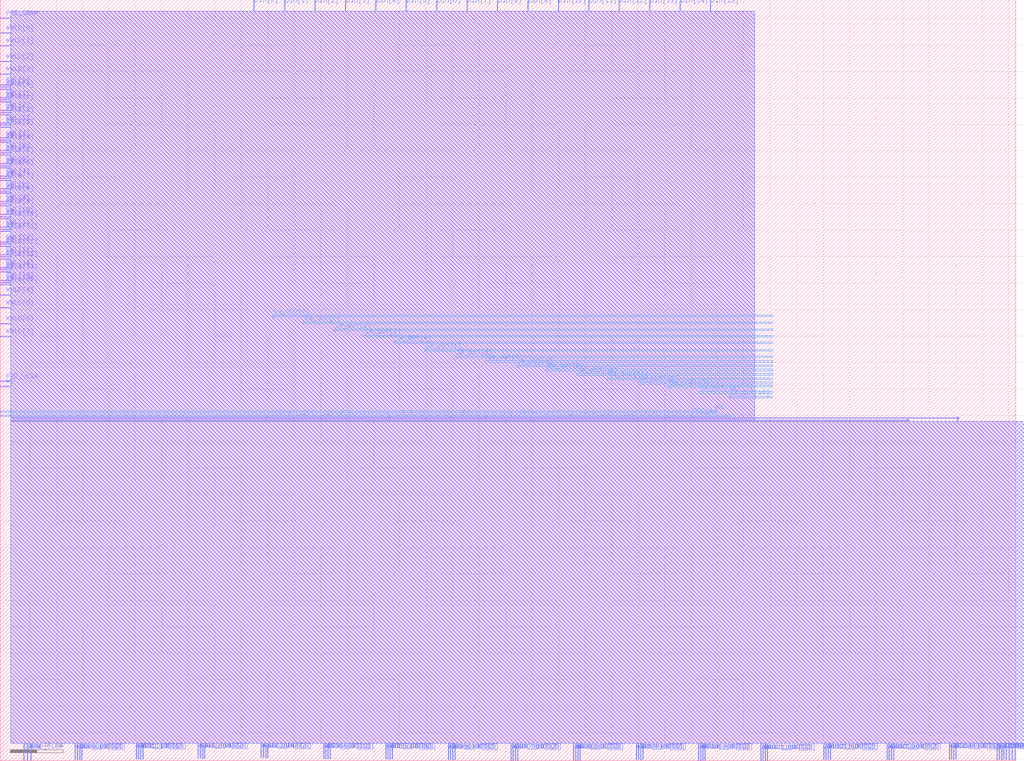
<source format=lef>
VERSION 5.7 ;
  NOWIREEXTENSIONATPIN ON ;
  DIVIDERCHAR "/" ;
  BUSBITCHARS "[]" ;
MACRO Integrated_bitcell_with_dummy_cells
  CLASS BLOCK ;
  FOREIGN Integrated_bitcell_with_dummy_cells ;
  ORIGIN 45.520 90.350 ;
  SIZE 191.920 BY 143.910 ;
  PIN PRE_SRAM
    PORT
      LAYER met1 ;
        RECT -45.490 50.000 -43.600 50.140 ;
    END
  END PRE_SRAM
  PIN RWL[0]
    PORT
      LAYER met1 ;
        RECT -45.490 37.410 -43.600 37.550 ;
    END
  END RWL[0]
  PIN WWL[0]
    PORT
      LAYER met1 ;
        RECT -45.490 37.010 -43.600 37.150 ;
    END
  END WWL[0]
  PIN RWLB[0]
    PORT
      LAYER met1 ;
        RECT -45.490 36.600 -43.600 36.740 ;
    END
  END RWLB[0]
  PIN RWL[1]
    PORT
      LAYER met1 ;
        RECT -45.490 35.000 -43.600 35.140 ;
    END
  END RWL[1]
  PIN WWL[1]
    PORT
      LAYER met1 ;
        RECT -45.490 34.600 -43.600 34.740 ;
    END
  END WWL[1]
  PIN RWLB[1]
    PORT
      LAYER met1 ;
        RECT -45.490 34.190 -43.600 34.330 ;
    END
  END RWLB[1]
  PIN RWL[2]
    PORT
      LAYER met1 ;
        RECT -45.490 32.590 -43.600 32.730 ;
    END
  END RWL[2]
  PIN WWL[2]
    PORT
      LAYER met1 ;
        RECT -45.490 32.190 -43.600 32.330 ;
    END
  END WWL[2]
  PIN RWLB[2]
    PORT
      LAYER met1 ;
        RECT -45.490 31.780 -43.600 31.920 ;
    END
  END RWLB[2]
  PIN RWL[3]
    PORT
      LAYER met1 ;
        RECT -45.490 30.180 -43.600 30.320 ;
    END
  END RWL[3]
  PIN WWL[3]
    PORT
      LAYER met1 ;
        RECT -45.490 29.780 -43.600 29.920 ;
    END
  END WWL[3]
  PIN RWLB[3]
    PORT
      LAYER met1 ;
        RECT -45.490 29.370 -43.600 29.510 ;
    END
  END RWLB[3]
  PIN RWL[4]
    PORT
      LAYER met1 ;
        RECT -45.490 27.370 -43.600 27.510 ;
    END
  END RWL[4]
  PIN WWL[4]
    PORT
      LAYER met1 ;
        RECT -45.490 26.970 -43.600 27.110 ;
    END
  END WWL[4]
  PIN RWLB[4]
    PORT
      LAYER met1 ;
        RECT -45.490 26.560 -43.600 26.700 ;
    END
  END RWLB[4]
  PIN RWL[5]
    PORT
      LAYER met1 ;
        RECT -45.490 24.960 -43.600 25.100 ;
    END
  END RWL[5]
  PIN WWL[5]
    PORT
      LAYER met1 ;
        RECT -45.490 24.560 -43.600 24.700 ;
    END
  END WWL[5]
  PIN RWLB[5]
    PORT
      LAYER met1 ;
        RECT -45.490 24.150 -43.600 24.290 ;
    END
  END RWLB[5]
  PIN RWL[6]
    PORT
      LAYER met1 ;
        RECT -45.490 22.550 -43.600 22.690 ;
    END
  END RWL[6]
  PIN WWL[6]
    PORT
      LAYER met1 ;
        RECT -45.490 22.150 -43.600 22.290 ;
    END
  END WWL[6]
  PIN RWLB[6]
    PORT
      LAYER met1 ;
        RECT -45.490 21.740 -43.600 21.880 ;
    END
  END RWLB[6]
  PIN RWL[7]
    PORT
      LAYER met1 ;
        RECT -45.490 20.140 -43.600 20.280 ;
    END
  END RWL[7]
  PIN WWL[7]
    PORT
      LAYER met1 ;
        RECT -45.490 19.740 -43.600 19.880 ;
    END
  END WWL[7]
  PIN RWLB[7]
    PORT
      LAYER met1 ;
        RECT -45.490 19.330 -43.600 19.470 ;
    END
  END RWLB[7]
  PIN RWL[8]
    PORT
      LAYER met1 ;
        RECT -45.490 17.730 -43.600 17.870 ;
    END
  END RWL[8]
  PIN WWL[8]
    PORT
      LAYER met1 ;
        RECT -45.490 17.330 -43.600 17.470 ;
    END
  END WWL[8]
  PIN RWLB[8]
    PORT
      LAYER met1 ;
        RECT -45.490 16.920 -43.600 17.060 ;
    END
  END RWLB[8]
  PIN RWL[9]
    PORT
      LAYER met1 ;
        RECT -45.490 15.320 -43.600 15.460 ;
    END
  END RWL[9]
  PIN WWL[9]
    PORT
      LAYER met1 ;
        RECT -45.490 14.920 -43.600 15.060 ;
    END
  END WWL[9]
  PIN RWLB[9]
    PORT
      LAYER met1 ;
        RECT -45.490 14.510 -43.600 14.650 ;
    END
  END RWLB[9]
  PIN RWL[10]
    PORT
      LAYER met1 ;
        RECT -45.490 12.910 -43.600 13.050 ;
    END
  END RWL[10]
  PIN WWL[10]
    PORT
      LAYER met1 ;
        RECT -45.490 12.510 -43.600 12.650 ;
    END
  END WWL[10]
  PIN RWLB[10]
    PORT
      LAYER met1 ;
        RECT -45.490 12.100 -43.600 12.240 ;
    END
  END RWLB[10]
  PIN RWL[11]
    PORT
      LAYER met1 ;
        RECT -45.490 10.500 -43.600 10.640 ;
    END
  END RWL[11]
  PIN WWL[11]
    PORT
      LAYER met1 ;
        RECT -45.490 10.100 -43.600 10.240 ;
    END
  END WWL[11]
  PIN RWLB[11]
    PORT
      LAYER met1 ;
        RECT -45.490 9.690 -43.600 9.830 ;
    END
  END RWLB[11]
  PIN RWL[12]
    PORT
      LAYER met1 ;
        RECT -45.490 7.680 -43.600 7.820 ;
    END
  END RWL[12]
  PIN WWL[12]
    PORT
      LAYER met1 ;
        RECT -45.490 7.280 -43.600 7.420 ;
    END
  END WWL[12]
  PIN RWLB[12]
    PORT
      LAYER met1 ;
        RECT -45.490 6.870 -43.600 7.010 ;
    END
  END RWLB[12]
  PIN RWL[13]
    PORT
      LAYER met1 ;
        RECT -45.490 5.270 -43.600 5.410 ;
    END
  END RWL[13]
  PIN WWL[13]
    PORT
      LAYER met1 ;
        RECT -45.490 4.870 -43.600 5.010 ;
    END
  END WWL[13]
  PIN RWLB[13]
    PORT
      LAYER met1 ;
        RECT -45.490 4.460 -43.600 4.600 ;
    END
  END RWLB[13]
  PIN RWL[14]
    PORT
      LAYER met1 ;
        RECT -45.490 2.860 -43.600 3.000 ;
    END
  END RWL[14]
  PIN WWL[14]
    PORT
      LAYER met1 ;
        RECT -45.490 2.460 -43.600 2.600 ;
    END
  END WWL[14]
  PIN RWLB[14]
    PORT
      LAYER met1 ;
        RECT -45.490 2.050 -43.600 2.190 ;
    END
  END RWLB[14]
  PIN RWL[15]
    PORT
      LAYER met1 ;
        RECT -45.490 0.450 -43.600 0.590 ;
    END
  END RWL[15]
  PIN WWL[15]
    PORT
      LAYER met1 ;
        RECT -45.490 0.050 -43.600 0.190 ;
    END
  END WWL[15]
  PIN RWLB[15]
    PORT
      LAYER met1 ;
        RECT -45.490 -0.360 -43.600 -0.220 ;
    END
  END RWLB[15]
  PIN PRE_VLSA
    PORT
      LAYER met1 ;
        RECT -45.490 -18.660 -43.600 -18.520 ;
    END
  END PRE_VLSA
  PIN WE
    PORT
      LAYER met1 ;
        RECT -45.490 -19.640 -43.600 -19.500 ;
    END
  END WE
  PIN PRE_CLSA
    PORT
      LAYER met2 ;
        RECT -39.820 -90.250 -39.680 -87.060 ;
    END
  END PRE_CLSA
  PIN VCLP
    PORT
      LAYER met2 ;
        RECT -40.480 -90.250 -40.340 -87.060 ;
    END
  END VCLP
  PIN SAEN
    PORT
      LAYER met2 ;
        RECT -41.140 -90.250 -41.000 -87.060 ;
    END
  END SAEN
  PIN ADC0_OUT[0]
    PORT
      LAYER met2 ;
        RECT -31.420 -90.170 -31.280 -87.060 ;
    END
  END ADC0_OUT[0]
  PIN ADC0_OUT[1]
    PORT
      LAYER met2 ;
        RECT -31.010 -90.170 -30.870 -87.060 ;
    END
  END ADC0_OUT[1]
  PIN ADC0_OUT[2]
    PORT
      LAYER met2 ;
        RECT -30.610 -90.170 -30.470 -87.060 ;
    END
  END ADC0_OUT[2]
  PIN ADC0_OUT[3]
    PORT
      LAYER met2 ;
        RECT -30.200 -90.170 -30.060 -87.060 ;
    END
  END ADC0_OUT[3]
  PIN ADC1_OUT[0]
    PORT
      LAYER met2 ;
        RECT -19.870 -90.090 -19.730 -87.060 ;
    END
  END ADC1_OUT[0]
  PIN ADC1_OUT[1]
    PORT
      LAYER met2 ;
        RECT -19.470 -90.090 -19.330 -87.060 ;
    END
  END ADC1_OUT[1]
  PIN ADC1_OUT[2]
    PORT
      LAYER met2 ;
        RECT -19.050 -90.090 -18.910 -87.060 ;
    END
  END ADC1_OUT[2]
  PIN ADC1_OUT[3]
    PORT
      LAYER met2 ;
        RECT -18.640 -90.090 -18.500 -87.060 ;
    END
  END ADC1_OUT[3]
  PIN ADC2_OUT[0]
    PORT
      LAYER met2 ;
        RECT -8.180 -89.860 -8.040 -87.060 ;
    END
  END ADC2_OUT[0]
  PIN ADC2_OUT[1]
    PORT
      LAYER met2 ;
        RECT -7.780 -89.860 -7.640 -87.060 ;
    END
  END ADC2_OUT[1]
  PIN ADC2_OUT[2]
    PORT
      LAYER met2 ;
        RECT -7.360 -89.860 -7.220 -87.060 ;
    END
  END ADC2_OUT[2]
  PIN ADC2_OUT[3]
    PORT
      LAYER met2 ;
        RECT -6.950 -89.860 -6.810 -87.060 ;
    END
  END ADC2_OUT[3]
  PIN ADC3_OUT[0]
    PORT
      LAYER met2 ;
        RECT 3.730 -89.780 3.870 -87.060 ;
    END
  END ADC3_OUT[0]
  PIN ADC3_OUT[1]
    PORT
      LAYER met2 ;
        RECT 4.130 -89.780 4.270 -87.060 ;
    END
  END ADC3_OUT[1]
  PIN ADC3_OUT[2]
    PORT
      LAYER met2 ;
        RECT 4.550 -89.780 4.690 -87.060 ;
    END
  END ADC3_OUT[2]
  PIN ADC3_OUT[3]
    PORT
      LAYER met2 ;
        RECT 4.960 -89.780 5.100 -87.060 ;
    END
  END ADC3_OUT[3]
  PIN ADC4_OUT[0]
    PORT
      LAYER met2 ;
        RECT 15.500 -89.950 15.640 -87.060 ;
    END
  END ADC4_OUT[0]
  PIN ADC4_OUT[1]
    PORT
      LAYER met2 ;
        RECT 15.900 -89.950 16.040 -87.060 ;
    END
  END ADC4_OUT[1]
  PIN ADC4_OUT[2]
    PORT
      LAYER met2 ;
        RECT 16.320 -89.950 16.460 -87.060 ;
    END
  END ADC4_OUT[2]
  PIN ADC4_OUT[3]
    PORT
      LAYER met2 ;
        RECT 16.730 -89.950 16.870 -87.060 ;
    END
  END ADC4_OUT[3]
  PIN ADC5_OUT[0]
    PORT
      LAYER met2 ;
        RECT 27.270 -90.070 27.410 -87.060 ;
    END
  END ADC5_OUT[0]
  PIN ADC5_OUT[1]
    PORT
      LAYER met2 ;
        RECT 27.670 -90.070 27.810 -87.060 ;
    END
  END ADC5_OUT[1]
  PIN ADC5_OUT[2]
    PORT
      LAYER met2 ;
        RECT 28.090 -90.070 28.230 -87.060 ;
    END
  END ADC5_OUT[2]
  PIN ADC5_OUT[3]
    PORT
      LAYER met2 ;
        RECT 28.500 -90.070 28.640 -87.060 ;
    END
  END ADC5_OUT[3]
  PIN ADC6_OUT[0]
    PORT
      LAYER met2 ;
        RECT 39.090 -90.180 39.230 -87.060 ;
    END
  END ADC6_OUT[0]
  PIN ADC6_OUT[1]
    PORT
      LAYER met2 ;
        RECT 39.490 -90.180 39.630 -87.060 ;
    END
  END ADC6_OUT[1]
  PIN ADC6_OUT[2]
    PORT
      LAYER met2 ;
        RECT 39.910 -90.180 40.050 -87.060 ;
    END
  END ADC6_OUT[2]
  PIN ADC6_OUT[3]
    PORT
      LAYER met2 ;
        RECT 40.320 -90.180 40.460 -87.060 ;
    END
  END ADC6_OUT[3]
  PIN ADC7_OUT[0]
    PORT
      LAYER met2 ;
        RECT 50.950 -90.260 51.090 -87.060 ;
    END
  END ADC7_OUT[0]
  PIN ADC7_OUT[1]
    PORT
      LAYER met2 ;
        RECT 51.350 -90.260 51.490 -87.060 ;
    END
  END ADC7_OUT[1]
  PIN ADC7_OUT[2]
    PORT
      LAYER met2 ;
        RECT 51.770 -90.260 51.910 -87.060 ;
    END
  END ADC7_OUT[2]
  PIN ADC7_OUT[3]
    PORT
      LAYER met2 ;
        RECT 52.180 -90.260 52.320 -87.060 ;
    END
  END ADC7_OUT[3]
  PIN ADC8_OUT[0]
    PORT
      LAYER met2 ;
        RECT 62.740 -90.230 62.880 -87.060 ;
    END
  END ADC8_OUT[0]
  PIN ADC8_OUT[1]
    PORT
      LAYER met2 ;
        RECT 63.140 -90.230 63.280 -87.060 ;
    END
  END ADC8_OUT[1]
  PIN ADC8_OUT[2]
    PORT
      LAYER met2 ;
        RECT 63.560 -90.230 63.700 -87.060 ;
    END
  END ADC8_OUT[2]
  PIN ADC8_OUT[3]
    PORT
      LAYER met2 ;
        RECT 63.970 -90.230 64.110 -87.060 ;
    END
  END ADC8_OUT[3]
  PIN ADC9_OUT[0]
    PORT
      LAYER met2 ;
        RECT 74.620 -90.120 74.760 -87.060 ;
    END
  END ADC9_OUT[0]
  PIN ADC9_OUT[1]
    PORT
      LAYER met2 ;
        RECT 75.020 -90.120 75.160 -87.060 ;
    END
  END ADC9_OUT[1]
  PIN ADC9_OUT[2]
    PORT
      LAYER met2 ;
        RECT 75.440 -90.120 75.580 -87.060 ;
    END
  END ADC9_OUT[2]
  PIN ADC9_OUT[3]
    PORT
      LAYER met2 ;
        RECT 75.850 -90.120 75.990 -87.060 ;
    END
  END ADC9_OUT[3]
  PIN ADC10_OUT[0]
    PORT
      LAYER met2 ;
        RECT 86.350 -90.270 86.490 -87.060 ;
    END
  END ADC10_OUT[0]
  PIN ADC10_OUT[1]
    PORT
      LAYER met2 ;
        RECT 86.750 -90.270 86.890 -87.060 ;
    END
  END ADC10_OUT[1]
  PIN ADC10_OUT[2]
    PORT
      LAYER met2 ;
        RECT 87.170 -90.270 87.310 -87.060 ;
    END
  END ADC10_OUT[2]
  PIN ADC10_OUT[3]
    PORT
      LAYER met2 ;
        RECT 87.580 -90.270 87.720 -87.060 ;
    END
  END ADC10_OUT[3]
  PIN ADC11_OUT[0]
    PORT
      LAYER met2 ;
        RECT 98.170 -90.350 98.310 -87.060 ;
    END
  END ADC11_OUT[0]
  PIN ADC11_OUT[1]
    PORT
      LAYER met2 ;
        RECT 98.570 -90.350 98.710 -87.060 ;
    END
  END ADC11_OUT[1]
  PIN ADC11_OUT[2]
    PORT
      LAYER met2 ;
        RECT 98.990 -90.350 99.130 -87.060 ;
    END
  END ADC11_OUT[2]
  PIN ADC11_OUT[3]
    PORT
      LAYER met2 ;
        RECT 99.400 -90.350 99.540 -87.060 ;
    END
  END ADC11_OUT[3]
  PIN ADC12_OUT[0]
    PORT
      LAYER met2 ;
        RECT 110.060 -90.170 110.200 -87.060 ;
    END
  END ADC12_OUT[0]
  PIN ADC12_OUT[1]
    PORT
      LAYER met2 ;
        RECT 110.460 -90.170 110.600 -87.060 ;
    END
  END ADC12_OUT[1]
  PIN ADC12_OUT[2]
    PORT
      LAYER met2 ;
        RECT 110.880 -90.170 111.020 -87.060 ;
    END
  END ADC12_OUT[2]
  PIN ADC12_OUT[3]
    PORT
      LAYER met2 ;
        RECT 111.290 -90.170 111.430 -87.060 ;
    END
  END ADC12_OUT[3]
  PIN ADC13_OUT[0]
    PORT
      LAYER met2 ;
        RECT 122.010 -90.130 122.150 -87.060 ;
    END
  END ADC13_OUT[0]
  PIN ADC13_OUT[1]
    PORT
      LAYER met2 ;
        RECT 122.410 -90.130 122.550 -87.060 ;
    END
  END ADC13_OUT[1]
  PIN ADC13_OUT[2]
    PORT
      LAYER met2 ;
        RECT 122.830 -90.130 122.970 -87.060 ;
    END
  END ADC13_OUT[2]
  PIN ADC13_OUT[3]
    PORT
      LAYER met2 ;
        RECT 123.240 -90.130 123.380 -87.060 ;
    END
  END ADC13_OUT[3]
  PIN ADC14_OUT[0]
    PORT
      LAYER met2 ;
        RECT 133.770 -90.070 133.910 -87.060 ;
    END
  END ADC14_OUT[0]
  PIN ADC14_OUT[1]
    PORT
      LAYER met2 ;
        RECT 134.170 -90.070 134.310 -87.060 ;
    END
  END ADC14_OUT[1]
  PIN ADC14_OUT[2]
    PORT
      LAYER met2 ;
        RECT 134.590 -90.070 134.730 -87.060 ;
    END
  END ADC14_OUT[2]
  PIN ADC14_OUT[3]
    PORT
      LAYER met2 ;
        RECT 135.000 -90.070 135.140 -87.060 ;
    END
  END ADC14_OUT[3]
  PIN ADC15_OUT[0]
    PORT
      LAYER met2 ;
        RECT 142.810 -90.110 142.950 -87.060 ;
    END
  END ADC15_OUT[0]
  PIN ADC15_OUT[1]
    PORT
      LAYER met2 ;
        RECT 143.210 -90.110 143.350 -87.060 ;
    END
  END ADC15_OUT[1]
  PIN ADC15_OUT[2]
    PORT
      LAYER met2 ;
        RECT 143.630 -90.110 143.770 -87.060 ;
    END
  END ADC15_OUT[2]
  PIN ADC15_OUT[3]
    PORT
      LAYER met2 ;
        RECT 144.040 -90.110 144.180 -87.060 ;
    END
  END ADC15_OUT[3]
  PIN Din[0]
    PORT
      LAYER met2 ;
        RECT 2.340 51.430 2.480 53.560 ;
    END
  END Din[0]
  PIN Din[1]
    PORT
      LAYER met2 ;
        RECT 8.150 51.430 8.290 53.450 ;
    END
  END Din[1]
  PIN Din[2]
    PORT
      LAYER met2 ;
        RECT 13.860 51.430 14.000 53.410 ;
    END
  END Din[2]
  PIN Din[3]
    PORT
      LAYER met2 ;
        RECT 19.640 51.430 19.780 53.420 ;
    END
  END Din[3]
  PIN Din[4]
    PORT
      LAYER met2 ;
        RECT 25.370 51.430 25.510 53.420 ;
    END
  END Din[4]
  PIN Din[5]
    PORT
      LAYER met2 ;
        RECT 31.100 51.430 31.240 53.400 ;
    END
  END Din[5]
  PIN Din[6]
    PORT
      LAYER met2 ;
        RECT 36.860 51.430 37.000 53.410 ;
    END
  END Din[6]
  PIN Din[7]
    PORT
      LAYER met2 ;
        RECT 42.640 51.430 42.780 53.420 ;
    END
  END Din[7]
  PIN Din[8]
    PORT
      LAYER met2 ;
        RECT 48.370 51.430 48.510 53.420 ;
    END
  END Din[8]
  PIN Din[9]
    PORT
      LAYER met2 ;
        RECT 54.120 51.430 54.260 53.400 ;
    END
  END Din[9]
  PIN Din[10]
    PORT
      LAYER met2 ;
        RECT 59.880 51.430 60.020 53.410 ;
    END
  END Din[10]
  PIN Din[11]
    PORT
      LAYER met2 ;
        RECT 65.610 51.430 65.750 53.410 ;
    END
  END Din[11]
  PIN Din[12]
    PORT
      LAYER met2 ;
        RECT 71.360 51.430 71.500 53.410 ;
    END
  END Din[12]
  PIN Din[13]
    PORT
      LAYER met2 ;
        RECT 77.110 51.430 77.250 53.420 ;
    END
  END Din[13]
  PIN Din[14]
    PORT
      LAYER met2 ;
        RECT 82.880 51.430 83.020 53.420 ;
    END
  END Din[14]
  PIN Din[15]
    PORT
      LAYER met2 ;
        RECT 88.630 51.430 88.770 53.420 ;
    END
  END Din[15]
  PIN WWLD[0]
    PORT
      LAYER met1 ;
        RECT -45.490 47.210 -43.600 47.350 ;
    END
  END WWLD[0]
  PIN WWLD[1]
    PORT
      LAYER met1 ;
        RECT -45.490 44.800 -43.600 44.940 ;
    END
  END WWLD[1]
  PIN WWLD[2]
    PORT
      LAYER met1 ;
        RECT -45.490 41.830 -43.600 41.970 ;
    END
  END WWLD[2]
  PIN WWLD[3]
    PORT
      LAYER met1 ;
        RECT -45.490 39.420 -43.600 39.560 ;
    END
  END WWLD[3]
  PIN WWLD[4]
    PORT
      LAYER met1 ;
        RECT -45.490 -2.360 -43.600 -2.220 ;
    END
  END WWLD[4]
  PIN WWLD[5]
    PORT
      LAYER met1 ;
        RECT -45.490 -4.770 -43.600 -4.630 ;
    END
  END WWLD[5]
  PIN WWLD[6]
    PORT
      LAYER met1 ;
        RECT -45.490 -7.770 -43.600 -7.630 ;
    END
  END WWLD[6]
  PIN WWLD[7]
    PORT
      LAYER met1 ;
        RECT -45.490 -10.180 -43.600 -10.040 ;
    END
  END WWLD[7]
  PIN SA_OUT[0]
    PORT
      LAYER met3 ;
        RECT 5.930 -6.070 6.290 -6.040 ;
        RECT 5.930 -6.370 100.480 -6.070 ;
        RECT 5.930 -6.400 6.290 -6.370 ;
    END
  END SA_OUT[0]
  PIN SA_OUT[1]
    PORT
      LAYER met3 ;
        RECT 11.680 -7.340 12.040 -7.310 ;
        RECT 11.680 -7.640 100.480 -7.340 ;
        RECT 11.680 -7.670 12.040 -7.640 ;
    END
  END SA_OUT[1]
  PIN SA_OUT[2]
    PORT
      LAYER met3 ;
        RECT 17.480 -8.710 17.840 -8.680 ;
        RECT 17.480 -9.010 100.480 -8.710 ;
        RECT 17.480 -9.040 17.840 -9.010 ;
    END
  END SA_OUT[2]
  PIN SA_OUT[3]
    PORT
      LAYER met3 ;
        RECT 23.180 -9.880 23.540 -9.850 ;
        RECT 23.180 -10.180 100.480 -9.880 ;
        RECT 23.180 -10.210 23.540 -10.180 ;
    END
  END SA_OUT[3]
  PIN SA_OUT[4]
    PORT
      LAYER met3 ;
        RECT 28.930 -11.130 29.290 -11.100 ;
        RECT 28.930 -11.430 100.480 -11.130 ;
        RECT 28.930 -11.460 29.290 -11.430 ;
    END
  END SA_OUT[4]
  PIN SA_OUT[5]
    PORT
      LAYER met3 ;
        RECT 34.680 -12.580 35.040 -12.550 ;
        RECT 34.680 -12.880 100.480 -12.580 ;
        RECT 34.680 -12.910 35.040 -12.880 ;
    END
  END SA_OUT[5]
  PIN SA_OUT[6]
    PORT
      LAYER met3 ;
        RECT 40.400 -13.800 40.800 -13.750 ;
        RECT 40.400 -14.100 100.480 -13.800 ;
        RECT 40.400 -14.150 40.800 -14.100 ;
    END
  END SA_OUT[6]
  PIN SA_OUT[7]
    PORT
      LAYER met3 ;
        RECT 46.180 -14.680 46.540 -14.650 ;
        RECT 46.180 -14.980 100.480 -14.680 ;
        RECT 46.180 -15.010 46.540 -14.980 ;
    END
  END SA_OUT[7]
  PIN SA_OUT[8]
    PORT
      LAYER met3 ;
        RECT 51.930 -15.510 52.290 -15.480 ;
        RECT 51.930 -15.810 100.480 -15.510 ;
        RECT 51.930 -15.840 52.290 -15.810 ;
    END
  END SA_OUT[8]
  PIN SA_OUT[9]
    PORT
      LAYER met3 ;
        RECT 57.680 -16.290 58.040 -16.260 ;
        RECT 57.680 -16.590 100.480 -16.290 ;
        RECT 57.680 -16.620 58.040 -16.590 ;
    END
  END SA_OUT[9]
  PIN SA_OUT[10]
    PORT
      LAYER met3 ;
        RECT 63.430 -17.150 63.790 -17.120 ;
        RECT 63.430 -17.450 100.480 -17.150 ;
        RECT 63.430 -17.480 63.790 -17.450 ;
    END
  END SA_OUT[10]
  PIN SA_OUT[11]
    PORT
      LAYER met3 ;
        RECT 69.180 -17.950 69.540 -17.920 ;
        RECT 69.180 -18.250 100.480 -17.950 ;
        RECT 69.180 -18.280 69.540 -18.250 ;
    END
  END SA_OUT[11]
  PIN SA_OUT[12]
    PORT
      LAYER met3 ;
        RECT 74.930 -18.750 75.290 -18.720 ;
        RECT 74.930 -19.050 100.480 -18.750 ;
        RECT 74.930 -19.080 75.290 -19.050 ;
    END
  END SA_OUT[12]
  PIN SA_OUT[13]
    PORT
      LAYER met3 ;
        RECT 80.680 -19.400 81.040 -19.370 ;
        RECT 80.680 -19.700 100.480 -19.400 ;
        RECT 80.680 -19.730 81.040 -19.700 ;
    END
  END SA_OUT[13]
  PIN SA_OUT[14]
    PORT
      LAYER met3 ;
        RECT 86.430 -20.540 86.790 -20.510 ;
        RECT 86.430 -20.840 100.480 -20.540 ;
        RECT 86.430 -20.870 86.790 -20.840 ;
    END
  END SA_OUT[14]
  PIN SA_OUT[15]
    PORT
      LAYER met3 ;
        RECT 92.180 -21.430 92.540 -21.400 ;
        RECT 92.180 -21.730 100.480 -21.430 ;
        RECT 92.180 -21.760 92.540 -21.730 ;
    END
  END SA_OUT[15]
  PIN EN
    PORT
      LAYER met3 ;
        RECT 7.300 -24.190 7.700 -24.140 ;
        RECT 8.850 -24.190 9.250 -24.140 ;
        RECT 18.800 -24.190 19.200 -24.140 ;
        RECT 20.350 -24.190 20.750 -24.140 ;
        RECT 30.300 -24.190 30.700 -24.140 ;
        RECT 31.840 -24.190 32.240 -24.140 ;
        RECT 41.770 -24.190 42.170 -24.140 ;
        RECT 43.360 -24.190 43.760 -24.150 ;
        RECT 53.290 -24.190 53.690 -24.140 ;
        RECT 54.840 -24.190 55.240 -24.140 ;
        RECT 64.800 -24.190 65.200 -24.150 ;
        RECT 66.330 -24.190 66.730 -24.150 ;
        RECT 76.310 -24.190 76.710 -24.140 ;
        RECT 77.840 -24.190 78.240 -24.140 ;
        RECT 87.800 -24.190 88.200 -24.140 ;
        RECT 89.320 -24.190 89.720 -24.130 ;
        RECT -45.420 -24.490 89.720 -24.190 ;
        RECT 7.300 -24.540 7.700 -24.490 ;
        RECT 8.850 -24.540 9.250 -24.490 ;
        RECT 18.800 -24.540 19.200 -24.490 ;
        RECT 20.350 -24.540 20.750 -24.490 ;
        RECT 30.300 -24.540 30.700 -24.490 ;
        RECT 31.840 -24.540 32.240 -24.490 ;
        RECT 41.770 -24.540 42.170 -24.490 ;
        RECT 43.360 -24.550 43.760 -24.490 ;
        RECT 53.290 -24.540 53.690 -24.490 ;
        RECT 54.840 -24.540 55.240 -24.490 ;
        RECT 64.800 -24.550 65.200 -24.490 ;
        RECT 66.330 -24.550 66.730 -24.490 ;
        RECT 76.310 -24.540 76.710 -24.490 ;
        RECT 77.840 -24.540 78.240 -24.490 ;
        RECT 87.800 -24.540 88.200 -24.490 ;
        RECT 89.320 -24.540 89.720 -24.490 ;
    END
  END EN
  PIN PRE_A
    PORT
      LAYER met3 ;
        RECT 4.610 -24.950 5.010 -24.910 ;
        RECT 11.540 -24.950 11.940 -24.840 ;
        RECT 16.100 -24.950 16.500 -24.830 ;
        RECT 23.030 -24.950 23.430 -24.880 ;
        RECT 27.620 -24.950 28.020 -24.890 ;
        RECT 34.540 -24.950 34.940 -24.870 ;
        RECT 39.120 -24.950 39.520 -24.890 ;
        RECT 46.030 -24.950 46.430 -24.910 ;
        RECT 50.610 -24.950 51.010 -24.850 ;
        RECT 57.540 -24.950 57.940 -24.870 ;
        RECT 62.110 -24.950 62.510 -24.830 ;
        RECT 69.030 -24.950 69.430 -24.870 ;
        RECT 73.610 -24.950 74.010 -24.870 ;
        RECT 80.530 -24.950 80.930 -24.900 ;
        RECT 85.110 -24.950 85.510 -24.890 ;
        RECT 92.030 -24.950 92.390 -24.870 ;
        RECT -45.420 -25.250 92.390 -24.950 ;
        RECT 4.610 -25.310 5.010 -25.250 ;
        RECT 23.030 -25.280 23.430 -25.250 ;
        RECT 27.620 -25.290 28.020 -25.250 ;
        RECT 34.540 -25.270 34.940 -25.250 ;
        RECT 39.120 -25.290 39.520 -25.250 ;
        RECT 46.030 -25.310 46.430 -25.250 ;
        RECT 57.540 -25.270 57.940 -25.250 ;
        RECT 69.030 -25.270 69.430 -25.250 ;
        RECT 73.610 -25.270 74.010 -25.250 ;
        RECT 80.530 -25.300 80.930 -25.250 ;
        RECT 85.110 -25.290 85.510 -25.250 ;
    END
  END PRE_A
  PIN Iref0
    PORT
      LAYER met2 ;
        RECT 144.510 -90.100 144.680 -87.060 ;
    END
  END Iref0
  PIN Iref1
    PORT
      LAYER met2 ;
        RECT 145.070 -90.100 145.240 -87.060 ;
    END
  END Iref1
  PIN Iref2
    PORT
      LAYER met2 ;
        RECT 145.610 -90.100 145.780 -87.060 ;
    END
  END Iref2
  PIN Iref3
    PORT
      LAYER met2 ;
        RECT 146.160 -90.100 146.330 -87.060 ;
    END
  END Iref3
  OBS
      LAYER li1 ;
        RECT -43.600 -26.190 97.080 51.430 ;
        RECT -43.600 -87.060 147.980 -26.190 ;
      LAYER met1 ;
        RECT -43.600 -25.420 97.080 51.430 ;
        RECT 135.290 -25.420 135.610 -25.370 ;
        RECT -43.600 -25.590 135.610 -25.420 ;
        RECT -43.600 -25.920 97.080 -25.590 ;
        RECT 135.290 -25.630 135.610 -25.590 ;
        RECT 125.860 -25.920 126.120 -25.840 ;
        RECT -43.600 -26.090 126.120 -25.920 ;
        RECT -43.600 -26.190 97.080 -26.090 ;
        RECT 125.860 -26.160 126.120 -26.090 ;
        RECT -43.600 -87.060 147.980 -26.190 ;
      LAYER met2 ;
        RECT -43.600 -26.190 97.080 51.430 ;
        RECT 135.320 -25.660 135.580 -25.340 ;
        RECT 125.830 -26.130 126.150 -25.870 ;
        RECT 125.910 -26.190 126.080 -26.130 ;
        RECT 135.370 -26.190 135.540 -25.660 ;
        RECT -43.600 -87.060 147.980 -26.190 ;
  END
END Integrated_bitcell_with_dummy_cells
END LIBRARY


</source>
